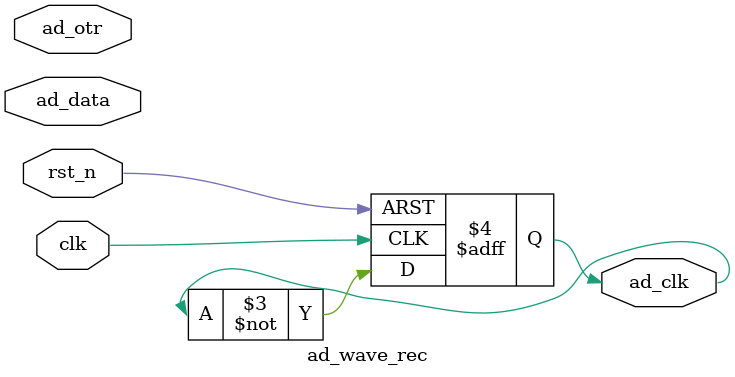
<source format=v>

module ad_wave_rec(
    input                 clk         ,  //Ê±ÖÓ
    input                 rst_n       ,  //¸´Î»ÐÅºÅ£¬µÍµçÆ½ÓÐÐ§
    
    input         [7:0]   ad_data     ,  //ADÊäÈëÊý¾Ý
    //Ä£ÄâÊäÈëµçÑ¹³¬³öÁ¿³Ì±êÖ¾(±¾´ÎÊÔÑéÎ´ÓÃµ½)
    input                 ad_otr      ,  //0:ÔÚÁ¿³Ì·¶Î§ 1:³¬³öÁ¿³Ì
    output   reg          ad_clk         //AD(AD9280)Çý¶¯Ê±ÖÓ,×î´óÖ§³Ö 32Mhz Ê±ÖÓ
    );

//*****************************************************
//**                    main code 
//*****************************************************

//Ê±ÖÓ·ÖÆµ(2·ÖÆµ,Ê±ÖÓÆµÂÊÎª25Mhz),²úÉúADÊ±ÖÓ
always @(posedge clk or negedge rst_n) begin
    if(rst_n == 1'b0)
        ad_clk <= 1'b0;
    else 
        ad_clk <= ~ad_clk; 
end    

endmodule

</source>
